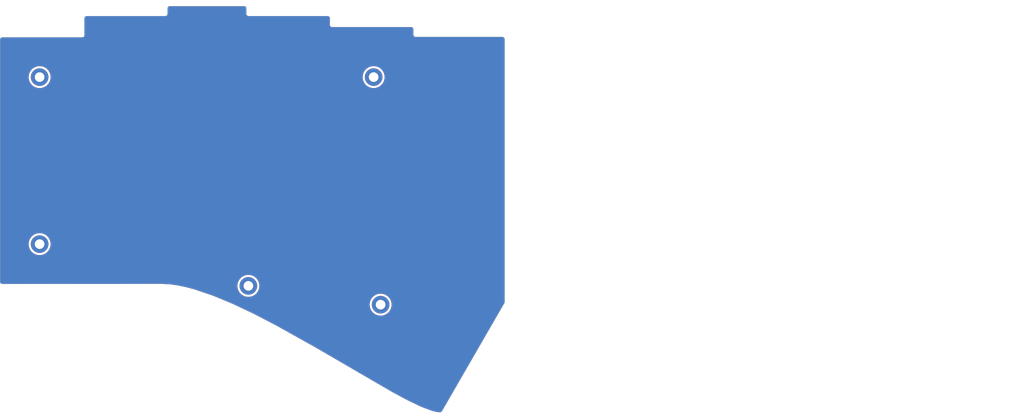
<source format=kicad_pcb>
(kicad_pcb (version 20221018) (generator pcbnew)
  (layers (0 "F.Cu" signal) (31 "B.Cu" signal) (34 "B.Paste" user) (35 "F.Paste" user) (36 "B.SilkS" user "B.Silkscreen") (37 "F.SilkS" user "F.Silkscreen") (38 "B.Mask" user) (39 "F.Mask" user) (44 "Edge.Cuts" user))
  (net 0 "")
  (net 1 "GND")
  (footprint "kbd:LEGO_HOLE" (layer "F.Cu") (at 51.813 122.896)
    (fp_text reference "" (at 0 -3.2) (layer "F.SilkS"))
    (fp_text value "")
    (pad "" thru_hole circle (at 0 0) (size 4 4) (drill 2.2) (layers "*.Cu" "*.Mask"))
  )
  (footprint "kbd:LEGO_HOLE" (layer "F.Cu") (at 127.813 84.896)
    (fp_text reference "" (at 0 -3.2) (layer "F.SilkS"))
    (fp_text value "")
    (pad "" thru_hole circle (at 0 0) (size 4 4) (drill 2.2) (layers "*.Cu" "*.Mask"))
  )
  (footprint "kbd:LEGO_HOLE" (layer "F.Cu") (at 99.313 132.396)
    (fp_text reference "" (at 0 -3.2) (layer "F.SilkS"))
    (fp_text value "")
    (pad "" thru_hole circle (at 0 0) (size 4 4) (drill 2.2) (layers "*.Cu" "*.Mask"))
  )
  (footprint "kbd:LEGO_HOLE" (layer "F.Cu") (at 129.399414 136.671)
    (fp_text reference "" (at 0 -3.2) (layer "F.SilkS"))
    (fp_text value "")
    (pad "" thru_hole circle (at 0 0) (size 4 4) (drill 2.2) (layers "*.Cu" "*.Mask"))
  )
  (footprint "kbd:LEGO_HOLE" (layer "F.Cu") (at 51.813 84.896)
    (fp_text reference "" (at 0 -3.2) (layer "F.SilkS"))
    (fp_text value "")
    (pad "" thru_hole circle (at 0 0) (size 4 4) (drill 2.2) (layers "*.Cu" "*.Mask"))
  )
  (gr_line (start 137.222116 75.726729) (end 137.198875 75.718865) (stroke (width 0.035277)) (layer "Edge.Cuts"))
  (gr_line (start 81.38553 68.750072) (end 81.360133 68.752001) (stroke (width 0.035277)) (layer "Edge.Cuts"))
  (gr_line (start 80.605431 70.959818) (end 80.582725 70.968764) (stroke (width 0.035277)) (layer "Edge.Cuts"))
  (gr_line (start 117.812995 71.282914) (end 117.802038 71.261121) (stroke (width 0.035277)) (layer "Edge.Cuts"))
  (gr_line (start 62.33931 71.029441) (end 62.316607 71.038399) (stroke (width 0.035277)) (layer "Edge.Cuts"))
  (gr_line (start 136.868046 73.947961) (end 136.864869 73.922935) (stroke (width 0.035277)) (layer "Edge.Cuts"))
  (gr_line (start 143.243754 161.046764) (end 143.270493 161.023222) (stroke (width 0.035277)) (layer "Edge.Cuts"))
  (gr_line (start 98.944958 70.776159) (end 98.931885 70.755477) (stroke (width 0.035277)) (layer "Edge.Cuts"))
  (gr_line (start 42.914372 76.051001) (end 42.900428 76.070602) (stroke (width 0.035277)) (layer "Edge.Cuts"))
  (gr_line (start 42.961492 75.996607) (end 42.944935 76.013972) (stroke (width 0.035277)) (layer "Edge.Cuts"))
  (gr_line (start 98.552432 68.787082) (end 98.529689 68.778308) (stroke (width 0.035277)) (layer "Edge.Cuts"))
  (gr_line (start 61.911976 75.648525) (end 61.897123 75.667412) (stroke (width 0.035277)) (layer "Edge.Cuts"))
  (gr_line (start 157.526785 75.971643) (end 157.51268 75.951594) (stroke (width 0.035277)) (layer "Edge.Cuts"))
  (gr_line (start 62.272908 71.059467) (end 62.251974 71.071514) (stroke (width 0.035277)) (layer "Edge.Cuts"))
  (gr_line (start 137.034527 75.619287) (end 137.017154 75.60273) (stroke (width 0.035277)) (layer "Edge.Cuts"))
  (gr_line (start 136.421855 73.501789) (end 136.396456 73.499859) (stroke (width 0.035277)) (layer "Edge.Cuts"))
  (gr_line (start 62.021522 71.398517) (end 62.017129 71.423148) (stroke (width 0.035277)) (layer "Edge.Cuts"))
  (gr_line (start 62.125469 71.181141) (end 62.110634 71.20004) (stroke (width 0.035277)) (layer "Edge.Cuts"))
  (gr_line (start 157.16026 75.751663) (end 157.135635 75.749834) (stroke (width 0.035277)) (layer "Edge.Cuts"))
  (gr_line (start 99.12553 70.939886) (end 99.104271 70.927863) (stroke (width 0.035277)) (layer "Edge.Cuts"))
  (gr_line (start 80.895162 70.624173) (end 80.888407 70.6479) (stroke (width 0.035277)) (layer "Edge.Cuts"))
  (gr_line (start 136.740812 73.662926) (end 136.724263 73.645568) (stroke (width 0.035277)) (layer "Edge.Cuts"))
  (gr_line (start 117.90877 73.212701) (end 117.898896 73.190398) (stroke (width 0.035277)) (layer "Edge.Cuts"))
  (gr_line (start 80.796638 70.817229) (end 80.78092 70.835365) (stroke (width 0.035277)) (layer "Edge.Cuts"))
  (gr_line (start 98.861013 69.248955) (end 98.860399 69.224157) (stroke (width 0.035277)) (layer "Edge.Cuts"))
  (gr_line (start 81.112115 68.848689) (end 81.093233 68.863525) (stroke (width 0.035277)) (layer "Edge.Cuts"))
  (gr_line (start 61.659858 75.826919) (end 61.63612 75.83366) (stroke (width 0.035277)) (layer "Edge.Cuts"))
  (gr_line (start 136.650288 73.584544) (end 136.630006 73.571546) (stroke (width 0.035277)) (layer "Edge.Cuts"))
  (gr_line (start 118.215376 73.477518) (end 118.192218 73.469828) (stroke (width 0.035277)) (layer "Edge.Cuts"))
  (gr_line (start 117.863325 73.04841) (end 117.861496 73.023774) (stroke (width 0.035277)) (layer "Edge.Cuts"))
  (gr_line (start 143.318964 160.970273) (end 143.340451 160.94099) (stroke (width 0.035277)) (layer "Edge.Cuts"))
  (gr_line (start 61.810407 75.75004) (end 61.790793 75.763983) (stroke (width 0.035277)) (layer "Edge.Cuts"))
  (gr_line (start 118.063386 73.400845) (end 118.043977 73.385703) (stroke (width 0.035277)) (layer "Edge.Cuts"))
  (gr_line (start 61.938938 75.608642) (end 61.925924 75.628925) (stroke (width 0.035277)) (layer "Edge.Cuts"))
  (gr_line (start 61.881399 75.685554) (end 61.864833 75.70292) (stroke (width 0.035277)) (layer "Edge.Cuts"))
  (gr_line (start 62.083705 71.239949) (end 62.071673 71.260897) (stroke (width 0.035277)) (layer "Edge.Cuts"))
  (gr_line (start 62.060639 71.282466) (end 62.050633 71.304624) (stroke (width 0.035277)) (layer "Edge.Cuts"))
  (gr_line (start 157.497558 75.932214) (end 157.481436 75.913543) (stroke (width 0.035277)) (layer "Edge.Cuts"))
  (gr_line (start 80.971686 69.010968) (end 80.960651 69.032523) (stroke (width 0.035277)) (layer "Edge.Cuts"))
  (gr_line (start 81.360133 68.752001) (end 81.335106 68.755178) (stroke (width 0.035277)) (layer "Edge.Cuts"))
  (gr_line (start 99.311492 70.996287) (end 99.287079 70.993259) (stroke (width 0.035277)) (layer "Edge.Cuts"))
  (gr_line (start 117.747709 71.179704) (end 117.731584 71.16099) (stroke (width 0.035277)) (layer "Edge.Cuts"))
  (gr_line (start 118.31135 73.496752) (end 118.286936 73.493707) (stroke (width 0.035277)) (layer "Edge.Cuts"))
  (gr_line (start 99.287079 70.993259) (end 99.262918 70.989049) (stroke (width 0.035277)) (layer "Edge.Cuts"))
  (gr_line (start 43.076705 75.910491) (end 43.055771 75.922534) (stroke (width 0.035277)) (layer "Edge.Cuts"))
  (gr_line (start 80.908388 70.55033) (end 80.905183 70.575357) (stroke (width 0.035277)) (layer "Edge.Cuts"))
  (gr_line (start 80.690362 70.913747) (end 80.670076 70.926745) (stroke (width 0.035277)) (layer "Edge.Cuts"))
  (gr_line (start 142.085713 161.078542) (end 142.876996 161.157559) (stroke (width 0.035277)) (layer "Edge.Cuts"))
  (gr_line (start 62.511245 70.999081) (end 62.485508 70.999732) (stroke (width 0.035277)) (layer "Edge.Cuts"))
  (gr_line (start 62.017129 71.423148) (end 62.013952 71.44818) (stroke (width 0.035277)) (layer "Edge.Cuts"))
  (gr_line (start 62.294462 71.048418) (end 62.272908 71.059467) (stroke (width 0.035277)) (layer "Edge.Cuts"))
  (gr_line (start 105.249105 141.192159) (end 114.844289 146.555425) (stroke (width 0.035277)) (layer "Edge.Cuts"))
  (gr_line (start 157.606443 136.15854) (end 157.608308 136.142287) (stroke (width 0.035277)) (layer "Edge.Cuts"))
  (gr_line (start 136.706905 73.62902) (end 136.688769 73.613312) (stroke (width 0.035277)) (layer "Edge.Cuts"))
  (gr_line (start 99.262918 70.989049) (end 99.239051 70.983673) (stroke (width 0.035277)) (layer "Edge.Cuts"))
  (gr_line (start 80.728854 70.884978) (end 80.709965 70.899814) (stroke (width 0.035277)) (layer "Edge.Cuts"))
  (gr_line (start 157.208832 75.7589) (end 157.184673 75.75469) (stroke (width 0.035277)) (layer "Edge.Cuts"))
  (gr_line (start 80.888407 70.6479) (end 80.880531 70.671131) (stroke (width 0.035277)) (layer "Edge.Cuts"))
  (gr_line (start 91.300653 134.64462) (end 95.793626 136.51328) (stroke (width 0.035277)) (layer "Edge.Cuts"))
  (gr_line (start 118.192218 73.469828) (end 118.169474 73.461022) (stroke (width 0.035277)) (layer "Edge.Cuts"))
  (gr_line (start 117.696498 71.125906) (end 117.677784 71.109781) (stroke (width 0.035277)) (layer "Edge.Cuts"))
  (gr_line (start 62.386268 71.014833) (end 62.362541 71.021575) (stroke (width 0.035277)) (layer "Edge.Cuts"))
  (gr_line (start 80.911027 70.499196) (end 80.910346 70.524933) (stroke (width 0.035277)) (layer "Edge.Cuts"))
  (gr_line (start 43.238809 75.85588) (end 43.214204 75.86028) (stroke (width 0.035277)) (layer "Edge.Cuts"))
  (gr_line (start 83.150472 132.276776) (end 85.060739 132.670827) (stroke (width 0.035277)) (layer "Edge.Cuts"))
  (gr_line (start 42.815617 131.48984) (end 42.817457 131.514475) (stroke (width 0.035277)) (layer "Edge.Cuts"))
  (gr_line (start 137.245852 75.73347) (end 137.222116 75.726729) (stroke (width 0.035277)) (layer "Edge.Cuts"))
  (gr_line (start 98.434975 68.754539) (end 98.410563 68.751512) (stroke (width 0.035277)) (layer "Edge.Cuts"))
  (gr_line (start 136.609071 73.559514) (end 136.587515 73.548479) (stroke (width 0.035277)) (layer "Edge.Cuts"))
  (gr_line (start 136.81032 73.760756) (end 136.798288 73.739822) (stroke (width 0.035277)) (layer "Edge.Cuts"))
  (gr_line (start 157.346215 75.808064) (end 157.324421 75.797107) (stroke (width 0.035277)) (layer "Edge.Cuts"))
  (gr_line (start 118.169474 73.461022) (end 118.147185 73.451115) (stroke (width 0.035277)) (layer "Edge.Cuts"))
  (gr_line (start 136.370717 73.499209) (end 118.360776 73.499209) (stroke (width 0.035277)) (layer "Edge.Cuts"))
  (gr_line (start 137.132433 75.688846) (end 137.111485 75.676802) (stroke (width 0.035277)) (layer "Edge.Cuts"))
  (gr_line (start 118.238909 73.484073) (end 118.215376 73.477518) (stroke (width 0.035277)) (layer "Edge.Cuts"))
  (gr_line (start 81.262562 68.771884) (end 81.239331 68.779739) (stroke (width 0.035277)) (layer "Edge.Cuts"))
  (gr_line (start 114.844289 146.555425) (end 132.113423 156.597562) (stroke (width 0.035277)) (layer "Edge.Cuts"))
  (gr_line (start 80.960651 69.032523) (end 80.950645 69.054668) (stroke (width 0.035277)) (layer "Edge.Cuts"))
  (gr_line (start 142.985836 161.156514) (end 143.021216 161.151014) (stroke (width 0.035277)) (layer "Edge.Cuts"))
  (gr_line (start 136.821355 73.782311) (end 136.81032 73.760756) (stroke (width 0.035277)) (layer "Edge.Cuts"))
  (gr_line (start 117.506387 71.018191) (end 117.482856 71.011666) (stroke (width 0.035277)) (layer "Edge.Cuts"))
  (gr_line (start 117.458991 71.00629) (end 117.434832 71.00208) (stroke (width 0.035277)) (layer "Edge.Cuts"))
  (gr_line (start 43.058611 131.894241) (end 43.079869 131.906258) (stroke (width 0.035277)) (layer "Edge.Cuts"))
  (gr_line (start 143.359944 160.909917) (end 157.543691 136.343228) (stroke (width 0.035277)) (layer "Edge.Cuts"))
  (gr_line (start 137.370854 75.749221) (end 137.345116 75.74857) (stroke (width 0.035277)) (layer "Edge.Cuts"))
  (gr_line (start 42.944648 131.800888) (end 42.961761 131.818868) (stroke (width 0.035277)) (layer "Edge.Cuts"))
  (gr_line (start 98.747853 68.932163) (end 98.731728 68.913449) (stroke (width 0.035277)) (layer "Edge.Cuts"))
  (gr_line (start 136.840308 73.82716) (end 136.831362 73.804456) (stroke (width 0.035277)) (layer "Edge.Cuts"))
  (gr_line (start 80.905183 70.575357) (end 80.900764 70.599982) (stroke (width 0.035277)) (layer "Edge.Cuts"))
  (gr_line (start 117.762833 71.199114) (end 117.747709 71.179704) (stroke (width 0.035277)) (layer "Edge.Cuts"))
  (gr_line (start 98.385937 68.749683) (end 98.361138 68.74907) (stroke (width 0.035277)) (layer "Edge.Cuts"))
  (gr_line (start 62.141176 71.16299) (end 62.125469 71.181141) (stroke (width 0.035277)) (layer "Edge.Cuts"))
  (gr_line (start 42.944935 76.013972) (end 42.929218 76.032114) (stroke (width 0.035277)) (layer "Edge.Cuts"))
  (gr_line (start 117.870563 73.097017) (end 117.866353 73.072838) (stroke (width 0.035277)) (layer "Edge.Cuts"))
  (gr_line (start 62.410459 71.009246) (end 62.386268 71.014833) (stroke (width 0.035277)) (layer "Edge.Cuts"))
  (gr_line (start 61.950985 75.587708) (end 61.938938 75.608642) (stroke (width 0.035277)) (layer "Edge.Cuts"))
  (gr_line (start 117.831644 71.327946) (end 117.822869 71.305203) (stroke (width 0.035277)) (layer "Edge.Cuts"))
  (gr_line (start 98.89903 70.690137) (end 98.890255 70.667394) (stroke (width 0.035277)) (layer "Edge.Cuts"))
  (gr_line (start 157.608308 136.142287) (end 157.609643 136.125957) (stroke (width 0.035277)) (layer "Edge.Cuts"))
  (gr_line (start 98.483 68.764125) (end 98.459134 68.758749) (stroke (width 0.035277)) (layer "Edge.Cuts"))
  (gr_line (start 157.609643 136.125957) (end 157.610447 136.109562) (stroke (width 0.035277)) (layer "Edge.Cuts"))
  (gr_line (start 117.77694 71.21918) (end 117.762833 71.199114) (stroke (width 0.035277)) (layer "Edge.Cuts"))
  (gr_line (start 117.944825 73.276437) (end 117.931751 73.255762) (stroke (width 0.035277)) (layer "Edge.Cuts"))
  (gr_line (start 80.746997 70.869271) (end 80.728854 70.884978) (stroke (width 0.035277)) (layer "Edge.Cuts"))
  (gr_line (start 98.858571 69.199531) (end 98.855544 69.175119) (stroke (width 0.035277)) (layer "Edge.Cuts"))
  (gr_line (start 62.231694 71.084527) (end 62.212097 71.098475) (stroke (width 0.035277)) (layer "Edge.Cuts"))
  (gr_line (start 136.864869 73.922935) (end 136.860475 73.89831) (stroke (width 0.035277)) (layer "Edge.Cuts"))
  (gr_line (start 61.972054 75.544016) (end 61.962034 75.566156) (stroke (width 0.035277)) (layer "Edge.Cuts"))
  (gr_line (start 157.58148 76.080443) (end 157.572707 76.057681) (stroke (width 0.035277)) (layer "Edge.Cuts"))
  (gr_line (start 157.46433 75.895625) (end 157.446351 75.878516) (stroke (width 0.035277)) (layer "Edge.Cuts"))
  (gr_line (start 142.913604 161.159849) (end 142.949925 161.159479) (stroke (width 0.035277)) (layer "Edge.Cuts"))
  (gr_line (start 61.683101 75.819055) (end 61.659858 75.826919) (stroke (width 0.035277)) (layer "Edge.Cuts"))
  (gr_line (start 143.089894 161.132659) (end 143.122948 161.119929) (stroke (width 0.035277)) (layer "Edge.Cuts"))
  (gr_line (start 118.360776 73.499209) (end 118.335977 73.498592) (stroke (width 0.035277)) (layer "Edge.Cuts"))
  (gr_line (start 80.983718 68.990034) (end 80.971686 69.010968) (stroke (width 0.035277)) (layer "Edge.Cuts"))
  (gr_line (start 136.519432 73.521671) (end 136.495703 73.514938) (stroke (width 0.035277)) (layer "Edge.Cuts"))
  (gr_line (start 98.908904 70.712425) (end 98.89903 70.690137) (stroke (width 0.035277)) (layer "Edge.Cuts"))
  (gr_line (start 136.47151 73.509359) (end 136.446884 73.504966) (stroke (width 0.035277)) (layer "Edge.Cuts"))
  (gr_line (start 81.041192 68.913138) (end 81.025484 68.931274) (stroke (width 0.035277)) (layer "Edge.Cuts"))
  (gr_line (start 117.552287 71.034623) (end 117.529545 71.025849) (stroke (width 0.035277)) (layer "Edge.Cuts"))
  (gr_line (start 98.882596 70.644236) (end 98.87607 70.620704) (stroke (width 0.035277)) (layer "Edge.Cuts"))
  (gr_line (start 80.78092 70.835365) (end 80.764362 70.852722) (stroke (width 0.035277)) (layer "Edge.Cuts"))
  (gr_line (start 157.184673 75.75469) (end 157.16026 75.751663) (stroke (width 0.035277)) (layer "Edge.Cuts"))
  (gr_line (start 80.627579 70.949812) (end 80.605431 70.959818) (stroke (width 0.035277)) (layer "Edge.Cuts"))
  (gr_line (start 117.822869 71.305203) (end 117.812995 71.282914) (stroke (width 0.035277)) (layer "Edge.Cuts"))
  (gr_line (start 61.962034 75.566156) (end 61.950985 75.587708) (stroke (width 0.035277)) (layer "Edge.Cuts"))
  (gr_line (start 137.176159 75.709908) (end 137.154002 75.699891) (stroke (width 0.035277)) (layer "Edge.Cuts"))
  (gr_line (start 42.89924 131.742648) (end 42.91337 131.762736) (stroke (width 0.035277)) (layer "Edge.Cuts"))
  (gr_line (start 62.033833 71.350581) (end 62.0271 71.374318) (stroke (width 0.035277)) (layer "Edge.Cuts"))
  (gr_line (start 117.790014 71.239863) (end 117.77694 71.21918) (stroke (width 0.035277)) (layer "Edge.Cuts"))
  (gr_line (start 62.251974 71.071514) (end 62.231694 71.084527) (stroke (width 0.035277)) (layer "Edge.Cuts"))
  (gr_line (start 98.813134 69.035373) (end 98.802178 69.013579) (stroke (width 0.035277)) (layer "Edge.Cuts"))
  (gr_line (start 80.871565 70.693835) (end 80.861541 70.71598) (stroke (width 0.035277)) (layer "Edge.Cuts"))
  (gr_line (start 157.135635 75.749834) (end 157.110837 75.749221) (stroke (width 0.035277)) (layer "Edge.Cuts"))
  (gr_line (start 99.215518 70.977148) (end 99.192359 70.969491) (stroke (width 0.035277)) (layer "Edge.Cuts"))
  (gr_line (start 117.861496 73.023774) (end 117.860883 72.998973) (stroke (width 0.035277)) (layer "Edge.Cuts"))
  (gr_line (start 135.604489 158.466222) (end 138.618627 159.906972) (stroke (width 0.035277)) (layer "Edge.Cuts"))
  (gr_line (start 80.921532 69.148521) (end 80.917138 69.173146) (stroke (width 0.035277)) (layer "Edge.Cuts"))
  (gr_line (start 80.85049 70.737535) (end 80.838442 70.758469) (stroke (width 0.035277)) (layer "Edge.Cuts"))
  (gr_line (start 61.829306 75.735194) (end 61.810407 75.75004) (stroke (width 0.035277)) (layer "Edge.Cuts"))
  (gr_line (start 157.25623 75.770801) (end 157.232698 75.764276) (stroke (width 0.035277)) (layer "Edge.Cuts"))
  (gr_line (start 157.232698 75.764276) (end 157.208832 75.7589) (stroke (width 0.035277)) (layer "Edge.Cuts"))
  (gr_line (start 62.110634 71.20004) (end 62.096702 71.219653) (stroke (width 0.035277)) (layer "Edge.Cuts"))
  (gr_line (start 43.12395 131.927086) (end 43.146693 131.935859) (stroke (width 0.035277)) (layer "Edge.Cuts"))
  (gr_line (start 136.785289 73.719541) (end 136.771357 73.699944) (stroke (width 0.035277)) (layer "Edge.Cuts"))
  (gr_line (start 80.670076 70.926745) (end 80.649138 70.938777) (stroke (width 0.035277)) (layer "Edge.Cuts"))
  (gr_line (start 117.882464 73.144458) (end 117.875939 73.120904) (stroke (width 0.035277)) (layer "Edge.Cuts"))
  (gr_line (start 136.75652 73.681062) (end 136.740812 73.662926) (stroke (width 0.035277)) (layer "Edge.Cuts"))
  (gr_line (start 61.981012 75.52132) (end 61.972054 75.544016) (stroke (width 0.035277)) (layer "Edge.Cuts"))
  (gr_line (start 117.845827 71.374635) (end 117.839302 71.351104) (stroke (width 0.035277)) (layer "Edge.Cuts"))
  (gr_line (start 80.535764 70.983352) (end 80.511571 70.988931) (stroke (width 0.035277)) (layer "Edge.Cuts"))
  (gr_line (start 157.589262 136.238232) (end 157.593737 136.222543) (stroke (width 0.035277)) (layer "Edge.Cuts"))
  (gr_line (start 81.093233 68.863525) (end 81.075097 68.879232) (stroke (width 0.035277)) (layer "Edge.Cuts"))
  (gr_line (start 80.900764 70.599982) (end 80.895162 70.624173) (stroke (width 0.035277)) (layer "Edge.Cuts"))
  (gr_line (start 62.012023 71.47358) (end 62.011373 71.499318) (stroke (width 0.035277)) (layer "Edge.Cuts"))
  (gr_line (start 157.610102 76.224305) (end 157.608273 76.199669) (stroke (width 0.035277)) (layer "Edge.Cuts"))
  (gr_line (start 81.340345 132.032658) (end 83.150472 132.276776) (stroke (width 0.035277)) (layer "Edge.Cuts"))
  (gr_line (start 80.838442 70.758469) (end 80.82543 70.77875) (stroke (width 0.035277)) (layer "Edge.Cuts"))
  (gr_line (start 98.851335 69.15096) (end 98.84596 69.127094) (stroke (width 0.035277)) (layer "Edge.Cuts"))
  (gr_line (start 80.811485 70.798347) (end 80.796638 70.817229) (stroke (width 0.035277)) (layer "Edge.Cuts"))
  (gr_line (start 43.263812 75.852699) (end 43.238809 75.85588) (stroke (width 0.035277)) (layer "Edge.Cuts"))
  (gr_line (start 98.860399 69.224157) (end 98.858571 69.199531) (stroke (width 0.035277)) (layer "Edge.Cuts"))
  (gr_line (start 43.289183 75.850767) (end 43.263812 75.852699) (stroke (width 0.035277)) (layer "Edge.Cuts"))
  (gr_line (start 157.551879 76.013577) (end 157.539857 75.992318) (stroke (width 0.035277)) (layer "Edge.Cuts"))
  (gr_line (start 98.974188 70.815636) (end 98.959065 70.796226) (stroke (width 0.035277)) (layer "Edge.Cuts"))
  (gr_line (start 117.890122 73.167637) (end 117.882464 73.144458) (stroke (width 0.035277)) (layer "Edge.Cuts"))
  (gr_line (start 62.0271 71.374318) (end 62.021522 71.398517) (stroke (width 0.035277)) (layer "Edge.Cuts"))
  (gr_line (start 136.495703 73.514938) (end 136.47151 73.509359) (stroke (width 0.035277)) (layer "Edge.Cuts"))
  (gr_line (start 157.562835 76.035379) (end 157.551879 76.013577) (stroke (width 0.035277)) (layer "Edge.Cuts"))
  (gr_line (start 117.931751 73.255762) (end 117.919728 73.234503) (stroke (width 0.035277)) (layer "Edge.Cuts"))
  (gr_line (start 157.601133 136.190767) (end 157.60405 136.174704) (stroke (width 0.035277)) (layer "Edge.Cuts"))
  (gr_line (start 98.931885 70.755477) (end 98.919861 70.734219) (stroke (width 0.035277)) (layer "Edge.Cuts"))
  (gr_line (start 157.324421 75.797107) (end 157.302132 75.787233) (stroke (width 0.035277)) (layer "Edge.Cuts"))
  (gr_line (start 98.638453 68.833009) (end 98.61777 68.819935) (stroke (width 0.035277)) (layer "Edge.Cuts"))
  (gr_line (start 117.802038 71.261121) (end 117.790014 71.239863) (stroke (width 0.035277)) (layer "Edge.Cuts"))
  (gr_line (start 80.880531 70.671131) (end 80.871565 70.693835) (stroke (width 0.035277)) (layer "Edge.Cuts"))
  (gr_line (start 42.979738 131.835918) (end 42.998452 131.852) (stroke (width 0.035277)) (layer "Edge.Cuts"))
  (gr_line (start 157.597695 136.206717) (end 157.601133 136.190767) (stroke (width 0.035277)) (layer "Edge.Cuts"))
  (gr_line (start 80.941698 69.077372) (end 80.933843 69.100603) (stroke (width 0.035277)) (layer "Edge.Cuts"))
  (gr_line (start 157.367474 75.820087) (end 157.346215 75.808064) (stroke (width 0.035277)) (layer "Edge.Cuts"))
  (gr_line (start 42.820765 76.273921) (end 42.817583 76.298924) (stroke (width 0.035277)) (layer "Edge.Cuts"))
  (gr_line (start 42.830751 76.225141) (end 42.825164 76.249316) (stroke (width 0.035277)) (layer "Edge.Cuts"))
  (gr_line (start 42.874086 131.700651) (end 42.88614 131.721939) (stroke (width 0.035277)) (layer "Edge.Cuts"))
  (gr_line (start 99.169614 70.960717) (end 99.147325 70.950843) (stroke (width 0.035277)) (layer "Edge.Cuts"))
  (gr_line (start 80.709965 70.899814) (end 80.690362 70.913747) (stroke (width 0.035277)) (layer "Edge.Cuts"))
  (gr_line (start 42.825164 76.249316) (end 42.820765 76.273921) (stroke (width 0.035277)) (layer "Edge.Cuts"))
  (gr_line (start 99.007417 70.852326) (end 98.990311 70.834349) (stroke (width 0.035277)) (layer "Edge.Cuts"))
  (gr_line (start 80.43652 70.998431) (end 80.410783 70.999081) (stroke (width 0.035277)) (layer "Edge.Cuts"))
  (gr_line (start 43.101662 131.917212) (end 43.12395 131.927086) (stroke (width 0.035277)) (layer "Edge.Cuts"))
  (gr_line (start 42.837492 76.201428) (end 42.830751 76.225141) (stroke (width 0.035277)) (layer "Edge.Cuts"))
  (gr_line (start 42.88614 131.721939) (end 42.89924 131.742648) (stroke (width 0.035277)) (layer "Edge.Cuts"))
  (gr_line (start 42.815 76.35) (end 42.815 131.465039) (stroke (width 0.035277)) (layer "Edge.Cuts"))
  (gr_line (start 100.46721 138.724477) (end 105.249105 141.192159) (stroke (width 0.035277)) (layer "Edge.Cuts"))
  (gr_line (start 43.217248 131.955395) (end 43.241407 131.959584) (stroke (width 0.035277)) (layer "Edge.Cuts"))
  (gr_line (start 62.013952 71.44818) (end 62.012023 71.47358) (stroke (width 0.035277)) (layer "Edge.Cuts"))
  (gr_line (start 99.104271 70.927863) (end 99.083587 70.914789) (stroke (width 0.035277)) (layer "Edge.Cuts"))
  (gr_line (start 43.314889 75.850116) (end 43.289183 75.850767) (stroke (width 0.035277)) (layer "Edge.Cuts"))
  (gr_line (start 43.120398 75.889428) (end 43.098258 75.899445) (stroke (width 0.035277)) (layer "Edge.Cuts"))
  (gr_line (start 136.943054 75.508452) (end 136.931008 75.487519) (stroke (width 0.035277)) (layer "Edge.Cuts"))
  (gr_line (start 157.388157 75.833161) (end 157.367474 75.820087) (stroke (width 0.035277)) (layer "Edge.Cuts"))
  (gr_line (start 43.017862 131.867093) (end 43.037928 131.88118) (stroke (width 0.035277)) (layer "Edge.Cuts"))
  (gr_line (start 137.345116 75.74857) (end 137.319715 75.746638) (stroke (width 0.035277)) (layer "Edge.Cuts"))
  (gr_line (start 136.396456 73.499859) (end 136.370717 73.499209) (stroke (width 0.035277)) (layer "Edge.Cuts"))
  (gr_line (start 117.898896 73.190398) (end 117.890122 73.167637) (stroke (width 0.035277)) (layer "Edge.Cuts"))
  (gr_line (start 136.893118 75.397909) (end 136.886377 75.374196) (stroke (width 0.035277)) (layer "Edge.Cuts"))
  (gr_line (start 98.855544 69.175119) (end 98.851335 69.15096) (stroke (width 0.035277)) (layer "Edge.Cuts"))
  (gr_line (start 98.87607 70.620704) (end 98.870694 70.596839) (stroke (width 0.035277)) (layer "Edge.Cuts"))
  (gr_line (start 43.146693 131.935859) (end 43.169851 131.943514) (stroke (width 0.035277)) (layer "Edge.Cuts"))
  (gr_line (start 42.830138 131.586978) (end 42.836693 131.610539) (stroke (width 0.035277)) (layer "Edge.Cuts"))
  (gr_line (start 99.063519 70.900682) (end 99.044108 70.885558) (stroke (width 0.035277)) (layer "Edge.Cuts"))
  (gr_line (start 81.05774 68.895781) (end 81.041192 68.913138) (stroke (width 0.035277)) (layer "Edge.Cuts"))
  (gr_line (start 137.052679 75.635004) (end 137.034527 75.619287) (stroke (width 0.035277)) (layer "Edge.Cuts"))
  (gr_line (start 118.286936 73.493707) (end 118.262776 73.489475) (stroke (width 0.035277)) (layer "Edge.Cuts"))
  (gr_line (start 98.57472 68.796955) (end 98.552432 68.787082) (stroke (width 0.035277)) (layer "Edge.Cuts"))
  (gr_line (start 62.362541 71.021575) (end 62.33931 71.029441) (stroke (width 0.035277)) (layer "Edge.Cuts"))
  (gr_line (start 143.055942 161.143042) (end 143.089894 161.132659) (stroke (width 0.035277)) (layer "Edge.Cuts"))
  (gr_line (start 98.790156 68.992321) (end 98.777083 68.971639) (stroke (width 0.035277)) (layer "Edge.Cuts"))
  (gr_line (start 80.933843 69.100603) (end 80.92711 69.12433) (stroke (width 0.035277)) (layer "Edge.Cuts"))
  (gr_line (start 43.190029 75.865866) (end 43.166315 75.872607) (stroke (width 0.035277)) (layer "Edge.Cuts"))
  (gr_line (start 118.262776 73.489475) (end 118.238909 73.484073) (stroke (width 0.035277)) (layer "Edge.Cuts"))
  (gr_line (start 98.361138 68.74907) (end 81.411267 68.749422) (stroke (width 0.035277)) (layer "Edge.Cuts"))
  (gr_line (start 61.536851 75.84876) (end 61.511111 75.849411) (stroke (width 0.035277)) (layer "Edge.Cuts"))
  (gr_line (start 43.015887 75.949487) (end 42.997 75.964333) (stroke (width 0.035277)) (layer "Edge.Cuts"))
  (gr_line (start 42.875376 76.111818) (end 42.86433 76.133371) (stroke (width 0.035277)) (layer "Edge.Cuts"))
  (gr_line (start 136.900984 75.42113) (end 136.893118 75.397909) (stroke (width 0.035277)) (layer "Edge.Cuts"))
  (gr_line (start 81.075097 68.879232) (end 81.05774 68.895781) (stroke (width 0.035277)) (layer "Edge.Cuts"))
  (gr_line (start 117.858441 71.447072) (end 117.855413 71.42266) (stroke (width 0.035277)) (layer "Edge.Cuts"))
  (gr_line (start 157.60405 136.174704) (end 157.606443 136.15854) (stroke (width 0.035277)) (layer "Edge.Cuts"))
  (gr_line (start 43.26582 131.962579) (end 43.290445 131.964363) (stroke (width 0.035277)) (layer "Edge.Cuts"))
  (gr_line (start 157.539857 75.992318) (end 157.526785 75.971643) (stroke (width 0.035277)) (layer "Edge.Cuts"))
  (gr_line (start 61.587286 75.843646) (end 61.562253 75.846828) (stroke (width 0.035277)) (layer "Edge.Cuts"))
  (gr_line (start 81.172927 68.809726) (end 81.151993 68.821758) (stroke (width 0.035277)) (layer "Edge.Cuts"))
  (gr_line (start 98.84596 69.127094) (end 98.839436 69.103562) (stroke (width 0.035277)) (layer "Edge.Cuts"))
  (gr_line (start 42.86433 76.133371) (end 42.854313 76.155511) (stroke (width 0.035277)) (layer "Edge.Cuts"))
  (gr_line (start 136.88079 75.350021) (end 136.87639 75.325416) (stroke (width 0.035277)) (layer "Edge.Cuts"))
  (gr_line (start 61.790793 75.763983) (end 61.770496 75.776992) (stroke (width 0.035277)) (layer "Edge.Cuts"))
  (gr_line (start 81.335106 68.755178) (end 81.310481 68.759572) (stroke (width 0.035277)) (layer "Edge.Cuts"))
  (gr_line (start 81.216627 68.788685) (end 81.194482 68.798692) (stroke (width 0.035277)) (layer "Edge.Cuts"))
  (gr_line (start 42.928512 131.782164) (end 42.944648 131.800888) (stroke (width 0.035277)) (layer "Edge.Cuts"))
  (gr_line (start 80.582725 70.968764) (end 80.559492 70.97662) (stroke (width 0.035277)) (layer "Edge.Cuts"))
  (gr_line (start 80.910346 70.524933) (end 80.908388 70.55033) (stroke (width 0.035277)) (layer "Edge.Cuts"))
  (gr_line (start 61.705817 75.810098) (end 61.683101 75.819055) (stroke (width 0.035277)) (layer "Edge.Cuts"))
  (gr_line (start 62.193216 71.113327) (end 62.175081 71.129051) (stroke (width 0.035277)) (layer "Edge.Cuts"))
  (gr_line (start 117.574575 71.044497) (end 117.552287 71.034623) (stroke (width 0.035277)) (layer "Edge.Cuts"))
  (gr_line (start 136.886377 75.374196) (end 136.88079 75.350021) (stroke (width 0.035277)) (layer "Edge.Cuts"))
  (gr_line (start 98.959065 70.796226) (end 98.944958 70.776159) (stroke (width 0.035277)) (layer "Edge.Cuts"))
  (gr_line (start 136.724263 73.645568) (end 136.706905 73.62902) (stroke (width 0.035277)) (layer "Edge.Cuts"))
  (gr_line (start 118.104134 73.428074) (end 118.083452 73.414974) (stroke (width 0.035277)) (layer "Edge.Cuts"))
  (gr_line (start 157.608273 76.199669) (end 157.605246 76.175241) (stroke (width 0.035277)) (layer "Edge.Cuts"))
  (gr_line (start 61.99562 75.474385) (end 61.988878 75.498099) (stroke (width 0.035277)) (layer "Edge.Cuts"))
  (gr_line (start 61.925924 75.628925) (end 61.911976 75.648525) (stroke (width 0.035277)) (layer "Edge.Cuts"))
  (gr_line (start 80.559492 70.97662) (end 80.535764 70.983352) (stroke (width 0.035277)) (layer "Edge.Cuts"))
  (gr_line (start 98.870694 70.596839) (end 98.866483 70.572679) (stroke (width 0.035277)) (layer "Edge.Cuts"))
  (gr_line (start 132.113423 156.597562) (end 135.604489 158.466222) (stroke (width 0.035277)) (layer "Edge.Cuts"))
  (gr_line (start 98.802178 69.013579) (end 98.790156 68.992321) (stroke (width 0.035277)) (layer "Edge.Cuts"))
  (gr_line (start 98.890255 70.667394) (end 98.882596 70.644236) (stroke (width 0.035277)) (layer "Edge.Cuts"))
  (gr_line (start 157.302132 75.787233) (end 157.279388 75.778459) (stroke (width 0.035277)) (layer "Edge.Cuts"))
  (gr_line (start 81.286289 68.765151) (end 81.262562 68.771884) (stroke (width 0.035277)) (layer "Edge.Cuts"))
  (gr_line (start 157.279388 75.778459) (end 157.25623 75.770801) (stroke (width 0.035277)) (layer "Edge.Cuts"))
  (gr_line (start 43.193383 131.950033) (end 43.217248 131.955395) (stroke (width 0.035277)) (layer "Edge.Cuts"))
  (gr_line (start 62.435084 71.004846) (end 62.410459 71.009246) (stroke (width 0.035277)) (layer "Edge.Cuts"))
  (gr_line (start 137.154002 75.699891) (end 137.132433 75.688846) (stroke (width 0.035277)) (layer "Edge.Cuts"))
  (gr_line (start 98.677929 68.86224) (end 98.658519 68.847116) (stroke (width 0.035277)) (layer "Edge.Cuts"))
  (gr_line (start 137.198875 75.718865) (end 137.176159 75.709908) (stroke (width 0.035277)) (layer "Edge.Cuts"))
  (gr_line (start 98.61777 68.819935) (end 98.596513 68.807912) (stroke (width 0.035277)) (layer "Edge.Cuts"))
  (gr_line (start 136.542664 73.529526) (end 136.519432 73.521671) (stroke (width 0.035277)) (layer "Edge.Cuts"))
  (gr_line (start 117.638308 71.08055) (end 117.617626 71.067477) (stroke (width 0.035277)) (layer "Edge.Cuts"))
  (gr_line (start 157.605246 76.175241) (end 157.601037 76.151062) (stroke (width 0.035277)) (layer "Edge.Cuts"))
  (gr_line (start 137.091189 75.663794) (end 137.071576 75.64985) (stroke (width 0.035277)) (layer "Edge.Cuts"))
  (gr_line (start 61.511111 75.849411) (end 43.314889 75.850116) (stroke (width 0.035277)) (layer "Edge.Cuts"))
  (gr_line (start 99.336118 70.998115) (end 99.311492 70.996287) (stroke (width 0.035277)) (layer "Edge.Cuts"))
  (gr_line (start 62.005607 75.425605) (end 62.001207 75.45021) (stroke (width 0.035277)) (layer "Edge.Cuts"))
  (gr_line (start 143.270493 161.023222) (end 143.295604 160.997705) (stroke (width 0.035277)) (layer "Edge.Cuts"))
  (gr_line (start 61.63612 75.83366) (end 61.611919 75.839246) (stroke (width 0.035277)) (layer "Edge.Cuts"))
  (gr_line (start 42.929218 76.032114) (end 42.914372 76.051001) (stroke (width 0.035277)) (layer "Edge.Cuts"))
  (gr_line (start 43.055771 75.922534) (end 43.035488 75.935543) (stroke (width 0.035277)) (layer "Edge.Cuts"))
  (gr_line (start 81.131712 68.834756) (end 81.112115 68.848689) (stroke (width 0.035277)) (layer "Edge.Cuts"))
  (gr_line (start 62.010722 75.375232) (end 62.008789 75.400602) (stroke (width 0.035277)) (layer "Edge.Cuts"))
  (gr_line (start 117.990182 73.334537) (end 117.974057 73.315867) (stroke (width 0.035277)) (layer "Edge.Cuts"))
  (gr_line (start 80.913961 69.198173) (end 80.912032 69.22357) (stroke (width 0.035277)) (layer "Edge.Cuts"))
  (gr_line (start 137.017154 75.60273) (end 137.00059 75.585365) (stroke (width 0.035277)) (layer "Edge.Cuts"))
  (gr_line (start 99.147325 70.950843) (end 99.12553 70.939886) (stroke (width 0.035277)) (layer "Edge.Cuts"))
  (gr_line (start 157.610715 136.093114) (end 157.610715 76.249106) (stroke (width 0.035277)) (layer "Edge.Cuts"))
  (gr_line (start 136.860475 73.89831) (end 136.854897 73.874118) (stroke (width 0.035277)) (layer "Edge.Cuts"))
  (gr_line (start 136.688769 73.613312) (end 136.669886 73.598477) (stroke (width 0.035277)) (layer "Edge.Cuts"))
  (gr_line (start 98.990311 70.834349) (end 98.974188 70.815636) (stroke (width 0.035277)) (layer "Edge.Cuts"))
  (gr_line (start 118.335977 73.498592) (end 118.31135 73.496752) (stroke (width 0.035277)) (layer "Edge.Cuts"))
  (gr_line (start 42.863097 131.678826) (end 42.874086 131.700651) (stroke (width 0.035277)) (layer "Edge.Cuts"))
  (gr_line (start 136.771357 73.699944) (end 136.75652 73.681062) (stroke (width 0.035277)) (layer "Edge.Cuts"))
  (gr_line (start 62.485508 70.999732) (end 62.46011 71.001664) (stroke (width 0.035277)) (layer "Edge.Cuts"))
  (gr_line (start 136.931008 75.487519) (end 136.91996 75.465966) (stroke (width 0.035277)) (layer "Edge.Cuts"))
  (gr_line (start 42.844383 131.633728) (end 42.85319 131.656504) (stroke (width 0.035277)) (layer "Edge.Cuts"))
  (gr_line (start 98.866483 70.572679) (end 98.863455 70.548267) (stroke (width 0.035277)) (layer "Edge.Cuts"))
  (gr_line (start 43.035488 75.935543) (end 43.015887 75.949487) (stroke (width 0.035277)) (layer "Edge.Cuts"))
  (gr_line (start 137.00059 75.585365) (end 136.984866 75.567223) (stroke (width 0.035277)) (layer "Edge.Cuts"))
  (gr_line (start 79.639623 131.948689) (end 81.340345 132.032658) (stroke (width 0.035277)) (layer "Edge.Cuts"))
  (gr_line (start 117.596368 71.055454) (end 117.574575 71.044497) (stroke (width 0.035277)) (layer "Edge.Cuts"))
  (gr_line (start 157.610447 136.109562) (end 157.610715 136.093114) (stroke (width 0.035277)) (layer "Edge.Cuts"))
  (gr_line (start 157.589137 76.103621) (end 157.58148 76.080443) (stroke (width 0.035277)) (layer "Edge.Cuts"))
  (gr_line (start 117.385795 70.997224) (end 117.360997 70.996611) (stroke (width 0.035277)) (layer "Edge.Cuts"))
  (gr_line (start 143.021216 161.151014) (end 143.055942 161.143042) (stroke (width 0.035277)) (layer "Edge.Cuts"))
  (gr_line (start 81.411267 68.749422) (end 81.38553 68.750072) (stroke (width 0.035277)) (layer "Edge.Cuts"))
  (gr_line (start 98.71462 68.895473) (end 98.696643 68.878364) (stroke (width 0.035277)) (layer "Edge.Cuts"))
  (gr_line (start 43.290445 131.964363) (end 43.315244 131.964917) (stroke (width 0.035277)) (layer "Edge.Cuts"))
  (gr_line (start 42.887419 76.090885) (end 42.875376 76.111818) (stroke (width 0.035277)) (layer "Edge.Cuts"))
  (gr_line (start 42.900428 76.070602) (end 42.887419 76.090885) (stroke (width 0.035277)) (layer "Edge.Cuts"))
  (gr_line (start 61.611919 75.839246) (end 61.587286 75.843646) (stroke (width 0.035277)) (layer "Edge.Cuts"))
  (gr_line (start 43.315244 131.964917) (end 79.639623 131.948689) (stroke (width 0.035277)) (layer "Edge.Cuts"))
  (gr_line (start 43.098258 75.899445) (end 43.076705 75.910491) (stroke (width 0.035277)) (layer "Edge.Cuts"))
  (gr_line (start 98.823007 69.057661) (end 98.813134 69.035373) (stroke (width 0.035277)) (layer "Edge.Cuts"))
  (gr_line (start 143.122948 161.119929) (end 143.154983 161.104912) (stroke (width 0.035277)) (layer "Edge.Cuts"))
  (gr_line (start 80.410783 70.999081) (end 62.511245 70.999081) (stroke (width 0.035277)) (layer "Edge.Cuts"))
  (gr_line (start 42.817457 131.514475) (end 42.820502 131.538904) (stroke (width 0.035277)) (layer "Edge.Cuts"))
  (gr_line (start 118.083452 73.414974) (end 118.063386 73.400845) (stroke (width 0.035277)) (layer "Edge.Cuts"))
  (gr_line (start 61.988878 75.498099) (end 61.981012 75.52132) (stroke (width 0.035277)) (layer "Edge.Cuts"))
  (gr_line (start 98.658519 68.847116) (end 98.638453 68.833009) (stroke (width 0.035277)) (layer "Edge.Cuts"))
  (gr_line (start 43.166315 75.872607) (end 43.143094 75.880472) (stroke (width 0.035277)) (layer "Edge.Cuts"))
  (gr_line (start 136.870626 73.999096) (end 136.869976 73.973359) (stroke (width 0.035277)) (layer "Edge.Cuts"))
  (gr_line (start 61.864833 75.70292) (end 61.847458 75.719477) (stroke (width 0.035277)) (layer "Edge.Cuts"))
  (gr_line (start 117.41042 70.999053) (end 117.385795 70.997224) (stroke (width 0.035277)) (layer "Edge.Cuts"))
  (gr_line (start 117.434832 71.00208) (end 117.41042 70.999053) (stroke (width 0.035277)) (layer "Edge.Cuts"))
  (gr_line (start 81.194482 68.798692) (end 81.172927 68.809726) (stroke (width 0.035277)) (layer "Edge.Cuts"))
  (gr_line (start 80.861541 70.71598) (end 80.85049 70.737535) (stroke (width 0.035277)) (layer "Edge.Cuts"))
  (gr_line (start 43.079869 131.906258) (end 43.101662 131.917212) (stroke (width 0.035277)) (layer "Edge.Cuts"))
  (gr_line (start 118.147185 73.451115) (end 118.125391 73.440127) (stroke (width 0.035277)) (layer "Edge.Cuts"))
  (gr_line (start 98.731728 68.913449) (end 98.71462 68.895473) (stroke (width 0.035277)) (layer "Edge.Cuts"))
  (gr_line (start 118.025265 73.369568) (end 118.007291 73.352456) (stroke (width 0.035277)) (layer "Edge.Cuts"))
  (gr_line (start 137.294684 75.743456) (end 137.270052 75.739056) (stroke (width 0.035277)) (layer "Edge.Cuts"))
  (gr_line (start 61.897123 75.667412) (end 61.881399 75.685554) (stroke (width 0.035277)) (layer "Edge.Cuts"))
  (gr_line (start 43.037928 131.88118) (end 43.058611 131.894241) (stroke (width 0.035277)) (layer "Edge.Cuts"))
  (gr_line (start 117.974057 73.315867) (end 117.958933 73.296486) (stroke (width 0.035277)) (layer "Edge.Cuts"))
  (gr_line (start 43.143094 75.880472) (end 43.120398 75.889428) (stroke (width 0.035277)) (layer "Edge.Cuts"))
  (gr_line (start 81.025484 68.931274) (end 81.010648 68.950156) (stroke (width 0.035277)) (layer "Edge.Cuts"))
  (gr_line (start 117.866353 73.072838) (end 117.863325 73.04841) (stroke (width 0.035277)) (layer "Edge.Cuts"))
  (gr_line (start 117.860883 72.998973) (end 117.860883 71.496496) (stroke (width 0.035277)) (layer "Edge.Cuts"))
  (gr_line (start 117.360997 70.996611) (end 99.360917 70.998729) (stroke (width 0.035277)) (layer "Edge.Cuts"))
  (gr_line (start 80.996716 68.969753) (end 80.983718 68.990034) (stroke (width 0.035277)) (layer "Edge.Cuts"))
  (gr_line (start 80.917138 69.173146) (end 80.913961 69.198173) (stroke (width 0.035277)) (layer "Edge.Cuts"))
  (gr_line (start 117.86027 71.471698) (end 117.858441 71.447072) (stroke (width 0.035277)) (layer "Edge.Cuts"))
  (gr_line (start 136.587515 73.548479) (end 136.565369 73.538472) (stroke (width 0.035277)) (layer "Edge.Cuts"))
  (gr_line (start 62.011373 75.349526) (end 62.010722 75.375232) (stroke (width 0.035277)) (layer "Edge.Cuts"))
  (gr_line (start 81.310481 68.759572) (end 81.286289 68.765151) (stroke (width 0.035277)) (layer "Edge.Cuts"))
  (gr_line (start 157.572764 136.28436) (end 157.578773 136.269152) (stroke (width 0.035277)) (layer "Edge.Cuts"))
  (gr_line (start 98.839436 69.103562) (end 98.83178 69.080405) (stroke (width 0.035277)) (layer "Edge.Cuts"))
  (gr_line (start 42.961761 131.818868) (end 42.979738 131.835918) (stroke (width 0.035277)) (layer "Edge.Cuts"))
  (gr_line (start 62.008789 75.400602) (end 62.005607 75.425605) (stroke (width 0.035277)) (layer "Edge.Cuts"))
  (gr_line (start 157.593737 136.222543) (end 157.597695 136.206717) (stroke (width 0.035277)) (layer "Edge.Cuts"))
  (gr_line (start 42.820502 131.538904) (end 42.824735 131.563086) (stroke (width 0.035277)) (layer "Edge.Cuts"))
  (gr_line (start 141.082776 160.834065) (end 142.085713 161.078542) (stroke (width 0.035277)) (layer "Edge.Cuts"))
  (gr_line (start 136.871277 75.275042) (end 136.870626 75.249336) (stroke (width 0.035277)) (layer "Edge.Cuts"))
  (gr_line (start 42.854313 76.155511) (end 42.845357 76.178207) (stroke (width 0.035277)) (layer "Edge.Cuts"))
  (gr_line (start 80.486945 70.993325) (end 80.461918 70.996502) (stroke (width 0.035277)) (layer "Edge.Cuts"))
  (gr_line (start 136.798288 73.739822) (end 136.785289 73.719541) (stroke (width 0.035277)) (layer "Edge.Cuts"))
  (gr_line (start 143.154983 161.104912) (end 143.185877 161.087671) (stroke (width 0.035277)) (layer "Edge.Cuts"))
  (gr_line (start 62.050633 71.304624) (end 62.041687 71.32734) (stroke (width 0.035277)) (layer "Edge.Cuts"))
  (gr_line (start 42.91337 131.762736) (end 42.928512 131.782164) (stroke (width 0.035277)) (layer "Edge.Cuts"))
  (gr_line (start 98.863455 70.548267) (end 98.861626 70.523642) (stroke (width 0.035277)) (layer "Edge.Cuts"))
  (gr_line (start 117.658374 71.094657) (end 117.638308 71.08055) (stroke (width 0.035277)) (layer "Edge.Cuts"))
  (gr_line (start 136.870626 75.249336) (end 136.870626 73.999096) (stroke (width 0.035277)) (layer "Edge.Cuts"))
  (gr_line (start 62.212097 71.098475) (end 62.193216 71.113327) (stroke (width 0.035277)) (layer "Edge.Cuts"))
  (gr_line (start 136.91996 75.465966) (end 136.909942 75.443826) (stroke (width 0.035277)) (layer "Edge.Cuts"))
  (gr_line (start 62.096702 71.219653) (end 62.083705 71.239949) (stroke (width 0.035277)) (layer "Edge.Cuts"))
  (gr_line (start 157.446351 75.878516) (end 157.427636 75.862392) (stroke (width 0.035277)) (layer "Edge.Cuts"))
  (gr_line (start 136.630006 73.571546) (end 136.609071 73.559514) (stroke (width 0.035277)) (layer "Edge.Cuts"))
  (gr_line (start 117.529545 71.025849) (end 117.506387 71.018191) (stroke (width 0.035277)) (layer "Edge.Cuts"))
  (gr_line (start 98.696643 68.878364) (end 98.677929 68.86224) (stroke (width 0.035277)) (layer "Edge.Cuts"))
  (gr_line (start 99.083587 70.914789) (end 99.063519 70.900682) (stroke (width 0.035277)) (layer "Edge.Cuts"))
  (gr_line (start 98.777083 68.971639) (end 98.762977 68.951573) (stroke (width 0.035277)) (layer "Edge.Cuts"))
  (gr_line (start 136.446884 73.504966) (end 136.421855 73.501789) (stroke (width 0.035277)) (layer "Edge.Cuts"))
  (gr_line (start 42.815 131.465039) (end 42.815617 131.48984) (stroke (width 0.035277)) (layer "Edge.Cuts"))
  (gr_line (start 80.92711 69.12433) (end 80.921532 69.148521) (stroke (width 0.035277)) (layer "Edge.Cuts"))
  (gr_line (start 138.618627 159.906972) (end 141.082776 160.834065) (stroke (width 0.035277)) (layer "Edge.Cuts"))
  (gr_line (start 80.461918 70.996502) (end 80.43652 70.998431) (stroke (width 0.035277)) (layer "Edge.Cuts"))
  (gr_line (start 87.062039 133.203877) (end 91.300653 134.64462) (stroke (width 0.035277)) (layer "Edge.Cuts"))
  (gr_line (start 98.861013 70.498844) (end 98.861013 69.248955) (stroke (width 0.035277)) (layer "Edge.Cuts"))
  (gr_line (start 62.071673 71.260897) (end 62.060639 71.282466) (stroke (width 0.035277)) (layer "Edge.Cuts"))
  (gr_line (start 157.559229 136.31421) (end 157.566248 136.299383) (stroke (width 0.035277)) (layer "Edge.Cuts"))
  (gr_line (start 43.241407 131.959584) (end 43.26582 131.962579) (stroke (width 0.035277)) (layer "Edge.Cuts"))
  (gr_line (start 99.025394 70.869434) (end 99.007417 70.852326) (stroke (width 0.035277)) (layer "Edge.Cuts"))
  (gr_line (start 80.912032 69.22357) (end 80.911382 69.249307) (stroke (width 0.035277)) (layer "Edge.Cuts"))
  (gr_line (start 99.239051 70.983673) (end 99.215518 70.977148) (stroke (width 0.035277)) (layer "Edge.Cuts"))
  (gr_line (start 118.125391 73.440127) (end 118.104134 73.428074) (stroke (width 0.035277)) (layer "Edge.Cuts"))
  (gr_line (start 42.998452 131.852) (end 43.017862 131.867093) (stroke (width 0.035277)) (layer "Edge.Cuts"))
  (gr_line (start 98.410563 68.751512) (end 98.385937 68.749683) (stroke (width 0.035277)) (layer "Edge.Cuts"))
  (gr_line (start 62.001207 75.45021) (end 61.99562 75.474385) (stroke (width 0.035277)) (layer "Edge.Cuts"))
  (gr_line (start 136.848164 73.850391) (end 136.840308 73.82716) (stroke (width 0.035277)) (layer "Edge.Cuts"))
  (gr_line (start 61.770496 75.776992) (end 61.749546 75.789035) (stroke (width 0.035277)) (layer "Edge.Cuts"))
  (gr_line (start 157.566248 136.299383) (end 157.572764 136.28436) (stroke (width 0.035277)) (layer "Edge.Cuts"))
  (gr_line (start 62.011373 71.499318) (end 62.011373 75.349526) (stroke (width 0.035277)) (layer "Edge.Cuts"))
  (gr_line (start 117.731584 71.16099) (end 117.714475 71.143014) (stroke (width 0.035277)) (layer "Edge.Cuts"))
  (gr_line (start 136.854897 73.874118) (end 136.848164 73.850391) (stroke (width 0.035277)) (layer "Edge.Cuts"))
  (gr_line (start 43.169851 131.943514) (end 43.193383 131.950033) (stroke (width 0.035277)) (layer "Edge.Cuts"))
  (gr_line (start 62.316607 71.038399) (end 62.294462 71.048418) (stroke (width 0.035277)) (layer "Edge.Cuts"))
  (gr_line (start 136.873209 75.300412) (end 136.871277 75.275042) (stroke (width 0.035277)) (layer "Edge.Cuts"))
  (gr_line (start 143.295604 160.997705) (end 143.318964 160.970273) (stroke (width 0.035277)) (layer "Edge.Cuts"))
  (gr_line (start 157.595661 76.127175) (end 157.589137 76.103621) (stroke (width 0.035277)) (layer "Edge.Cuts"))
  (gr_line (start 61.727976 75.800081) (end 61.705817 75.810098) (stroke (width 0.035277)) (layer "Edge.Cuts"))
  (gr_line (start 43.214204 75.86028) (end 43.190029 75.865866) (stroke (width 0.035277)) (layer "Edge.Cuts"))
  (gr_line (start 157.481436 75.913543) (end 157.46433 75.895625) (stroke (width 0.035277)) (layer "Edge.Cuts"))
  (gr_line (start 142.876996 161.157559) (end 142.913604 161.159849) (stroke (width 0.035277)) (layer "Edge.Cuts"))
  (gr_line (start 136.669886 73.598477) (end 136.650288 73.584544) (stroke (width 0.035277)) (layer "Edge.Cuts"))
  (gr_line (start 136.970015 75.548336) (end 136.956067 75.528735) (stroke (width 0.035277)) (layer "Edge.Cuts"))
  (gr_line (start 81.239331 68.779739) (end 81.216627 68.788685) (stroke (width 0.035277)) (layer "Edge.Cuts"))
  (gr_line (start 143.340451 160.94099) (end 143.359944 160.909917) (stroke (width 0.035277)) (layer "Edge.Cuts"))
  (gr_line (start 157.51268 75.951594) (end 157.497558 75.932214) (stroke (width 0.035277)) (layer "Edge.Cuts"))
  (gr_line (start 117.875939 73.120904) (end 117.870563 73.097017) (stroke (width 0.035277)) (layer "Edge.Cuts"))
  (gr_line (start 99.044108 70.885558) (end 99.025394 70.869434) (stroke (width 0.035277)) (layer "Edge.Cuts"))
  (gr_line (start 117.839302 71.351104) (end 117.831644 71.327946) (stroke (width 0.035277)) (layer "Edge.Cuts"))
  (gr_line (start 98.459134 68.758749) (end 98.434975 68.754539) (stroke (width 0.035277)) (layer "Edge.Cuts"))
  (gr_line (start 81.151993 68.821758) (end 81.131712 68.834756) (stroke (width 0.035277)) (layer "Edge.Cuts"))
  (gr_line (start 42.978858 75.98005) (end 42.961492 75.996607) (stroke (width 0.035277)) (layer "Edge.Cuts"))
  (gr_line (start 157.427636 75.862392) (end 157.408225 75.847268) (stroke (width 0.035277)) (layer "Edge.Cuts"))
  (gr_line (start 118.007291 73.352456) (end 117.990182 73.334537) (stroke (width 0.035277)) (layer "Edge.Cuts"))
  (gr_line (start 80.911382 69.249307) (end 80.911027 70.499196) (stroke (width 0.035277)) (layer "Edge.Cuts"))
  (gr_line (start 137.071576 75.64985) (end 137.052679 75.635004) (stroke (width 0.035277)) (layer "Edge.Cuts"))
  (gr_line (start 157.551709 136.328829) (end 157.559229 136.31421) (stroke (width 0.035277)) (layer "Edge.Cuts"))
  (gr_line (start 42.817583 76.298924) (end 42.815651 76.324295) (stroke (width 0.035277)) (layer "Edge.Cuts"))
  (gr_line (start 62.175081 71.129051) (end 62.157724 71.145616) (stroke (width 0.035277)) (layer "Edge.Cuts"))
  (gr_line (start 80.649138 70.938777) (end 80.627579 70.949812) (stroke (width 0.035277)) (layer "Edge.Cuts"))
  (gr_line (start 118.043977 73.385703) (end 118.025265 73.369568) (stroke (width 0.035277)) (layer "Edge.Cuts"))
  (gr_line (start 80.764362 70.852722) (end 80.746997 70.869271) (stroke (width 0.035277)) (layer "Edge.Cuts"))
  (gr_line (start 157.408225 75.847268) (end 157.388157 75.833161) (stroke (width 0.035277)) (layer "Edge.Cuts"))
  (gr_line (start 136.87639 75.325416) (end 136.873209 75.300412) (stroke (width 0.035277)) (layer "Edge.Cuts"))
  (gr_line (start 98.83178 69.080405) (end 98.823007 69.057661) (stroke (width 0.035277)) (layer "Edge.Cuts"))
  (gr_line (start 98.529689 68.778308) (end 98.506532 68.77065) (stroke (width 0.035277)) (layer "Edge.Cuts"))
  (gr_line (start 85.060739 132.670827) (end 87.062039 133.203877) (stroke (width 0.035277)) (layer "Edge.Cuts"))
  (gr_line (start 157.578773 136.269152) (end 157.584273 136.253772) (stroke (width 0.035277)) (layer "Edge.Cuts"))
  (gr_line (start 98.861626 70.523642) (end 98.861013 70.498844) (stroke (width 0.035277)) (layer "Edge.Cuts"))
  (gr_line (start 42.85319 131.656504) (end 42.863097 131.678826) (stroke (width 0.035277)) (layer "Edge.Cuts"))
  (gr_line (start 117.482856 71.011666) (end 117.458991 71.00629) (stroke (width 0.035277)) (layer "Edge.Cuts"))
  (gr_line (start 98.919861 70.734219) (end 98.908904 70.712425) (stroke (width 0.035277)) (layer "Edge.Cuts"))
  (gr_line (start 42.997 75.964333) (end 42.978858 75.98005) (stroke (width 0.035277)) (layer "Edge.Cuts"))
  (gr_line (start 136.909942 75.443826) (end 136.900984 75.42113) (stroke (width 0.035277)) (layer "Edge.Cuts"))
  (gr_line (start 136.984866 75.567223) (end 136.970015 75.548336) (stroke (width 0.035277)) (layer "Edge.Cuts"))
  (gr_line (start 98.596513 68.807912) (end 98.57472 68.796955) (stroke (width 0.035277)) (layer "Edge.Cuts"))
  (gr_line (start 117.714475 71.143014) (end 117.696498 71.125906) (stroke (width 0.035277)) (layer "Edge.Cuts"))
  (gr_line (start 137.270052 75.739056) (end 137.245852 75.73347) (stroke (width 0.035277)) (layer "Edge.Cuts"))
  (gr_line (start 117.855413 71.42266) (end 117.851203 71.398501) (stroke (width 0.035277)) (layer "Edge.Cuts"))
  (gr_line (start 62.157724 71.145616) (end 62.141176 71.16299) (stroke (width 0.035277)) (layer "Edge.Cuts"))
  (gr_line (start 99.360917 70.998729) (end 99.336118 70.998115) (stroke (width 0.035277)) (layer "Edge.Cuts"))
  (gr_line (start 61.562253 75.846828) (end 61.536851 75.84876) (stroke (width 0.035277)) (layer "Edge.Cuts"))
  (gr_line (start 81.010648 68.950156) (end 80.996716 68.969753) (stroke (width 0.035277)) (layer "Edge.Cuts"))
  (gr_line (start 42.824735 131.563086) (end 42.830138 131.586978) (stroke (width 0.035277)) (layer "Edge.Cuts"))
  (gr_line (start 143.185877 161.087671) (end 143.215508 161.068267) (stroke (width 0.035277)) (layer "Edge.Cuts"))
  (gr_line (start 117.851203 71.398501) (end 117.845827 71.374635) (stroke (width 0.035277)) (layer "Edge.Cuts"))
  (gr_line (start 117.860883 71.496496) (end 117.86027 71.471698) (stroke (width 0.035277)) (layer "Edge.Cuts"))
  (gr_line (start 157.110837 75.749221) (end 137.370854 75.749221) (stroke (width 0.035277)) (layer "Edge.Cuts"))
  (gr_line (start 136.956067 75.528735) (end 136.943054 75.508452) (stroke (width 0.035277)) (layer "Edge.Cuts"))
  (gr_line (start 80.511571 70.988931) (end 80.486945 70.993325) (stroke (width 0.035277)) (layer "Edge.Cuts"))
  (gr_line (start 137.111485 75.676802) (end 137.091189 75.663794) (stroke (width 0.035277)) (layer "Edge.Cuts"))
  (gr_line (start 117.617626 71.067477) (end 117.596368 71.055454) (stroke (width 0.035277)) (layer "Edge.Cuts"))
  (gr_line (start 95.793626 136.51328) (end 100.46721 138.724477) (stroke (width 0.035277)) (layer "Edge.Cuts"))
  (gr_line (start 42.845357 76.178207) (end 42.837492 76.201428) (stroke (width 0.035277)) (layer "Edge.Cuts"))
  (gr_line (start 61.847458 75.719477) (end 61.829306 75.735194) (stroke (width 0.035277)) (layer "Edge.Cuts"))
  (gr_line (start 143.215508 161.068267) (end 143.243754 161.046764) (stroke (width 0.035277)) (layer "Edge.Cuts"))
  (gr_line (start 157.610715 76.249106) (end 157.610102 76.224305) (stroke (width 0.035277)) (layer "Edge.Cuts"))
  (gr_line (start 62.46011 71.001664) (end 62.435084 71.004846) (stroke (width 0.035277)) (layer "Edge.Cuts"))
  (gr_line (start 117.919728 73.234503) (end 117.90877 73.212701) (stroke (width 0.035277)) (layer "Edge.Cuts"))
  (gr_line (start 137.319715 75.746638) (end 137.294684 75.743456) (stroke (width 0.035277)) (layer "Edge.Cuts"))
  (gr_line (start 142.949925 161.159479) (end 142.985836 161.156514) (stroke (width 0.035277)) (layer "Edge.Cuts"))
  (gr_line (start 62.041687 71.32734) (end 62.033833 71.350581) (stroke (width 0.035277)) (layer "Edge.Cuts"))
  (gr_line (start 157.601037 76.151062) (end 157.595661 76.127175) (stroke (width 0.035277)) (layer "Edge.Cuts"))
  (gr_line (start 80.82543 70.77875) (end 80.811485 70.798347) (stroke (width 0.035277)) (layer "Edge.Cuts"))
  (gr_line (start 98.762977 68.951573) (end 98.747853 68.932163) (stroke (width 0.035277)) (layer "Edge.Cuts"))
  (gr_line (start 157.572707 76.057681) (end 157.562835 76.035379) (stroke (width 0.035277)) (layer "Edge.Cuts"))
  (gr_line (start 61.749546 75.789035) (end 61.727976 75.800081) (stroke (width 0.035277)) (layer "Edge.Cuts"))
  (gr_line (start 136.869976 73.973359) (end 136.868046 73.947961) (stroke (width 0.035277)) (layer "Edge.Cuts"))
  (gr_line (start 42.836693 131.610539) (end 42.844383 131.633728) (stroke (width 0.035277)) (layer "Edge.Cuts"))
  (gr_line (start 136.565369 73.538472) (end 136.542664 73.529526) (stroke (width 0.035277)) (layer "Edge.Cuts"))
  (gr_line (start 117.958933 73.296486) (end 117.944825 73.276437) (stroke (width 0.035277)) (layer "Edge.Cuts"))
  (gr_line (start 157.584273 136.253772) (end 157.589262 136.238232) (stroke (width 0.035277)) (layer "Edge.Cuts"))
  (gr_line (start 136.831362 73.804456) (end 136.821355 73.782311) (stroke (width 0.035277)) (layer "Edge.Cuts"))
  (gr_line (start 117.677784 71.109781) (end 117.658374 71.094657) (stroke (width 0.035277)) (layer "Edge.Cuts"))
  (gr_line (start 80.950645 69.054668) (end 80.941698 69.077372) (stroke (width 0.035277)) (layer "Edge.Cuts"))
  (gr_line (start 98.506532 68.77065) (end 98.483 68.764125) (stroke (width 0.035277)) (layer "Edge.Cuts"))
  (gr_line (start 99.192359 70.969491) (end 99.169614 70.960717) (stroke (width 0.035277)) (layer "Edge.Cuts"))
  (gr_line (start 42.815651 76.324295) (end 42.815 76.35) (stroke (width 0.035277)) (layer "Edge.Cuts"))
  (gr_line (start 157.543691 136.343228) (end 157.551709 136.328829) (stroke (width 0.035277)) (layer "Edge.Cuts"))
  (zone (net 1) (net_name "GND") (layers "F&B.Cu") (connect_pads yes (clearance 0.5)) (min_thickness 0.25) (fill yes (thermal_gap 0.25) (thermal_bridge_width 0.25))
    (polygon (pts (xy 42.815001 75.849587) (xy 60.815001 75.849587) (xy 60.815001 69.849587) (xy 79.315001 69.849587) (xy 79.315001 67.849587) (xy 102.315001 67.849587) (xy 102.315001 70.349587) (xy 118.315001 70.349587) (xy 118.315001 73.349587) (xy 199.315001 73.349587) (xy 199.315001 70.349587) (xy 218.815001 70.349587) (xy 218.815001 67.349587) (xy 239.315001 67.349587) (xy 239.315001 69.849587) (xy 259.815001 70.349587) (xy 259.815001 75.849587) (xy 275.815001 75.849587) (xy 275.815001 132.349587) (xy 238.815001 132.349587) (xy 176.315001 162.349587) (xy 142.315054 162.464394) (xy 80.315054 133.464394) (xy 42.815001 131.964394)))
  )
)
</source>
